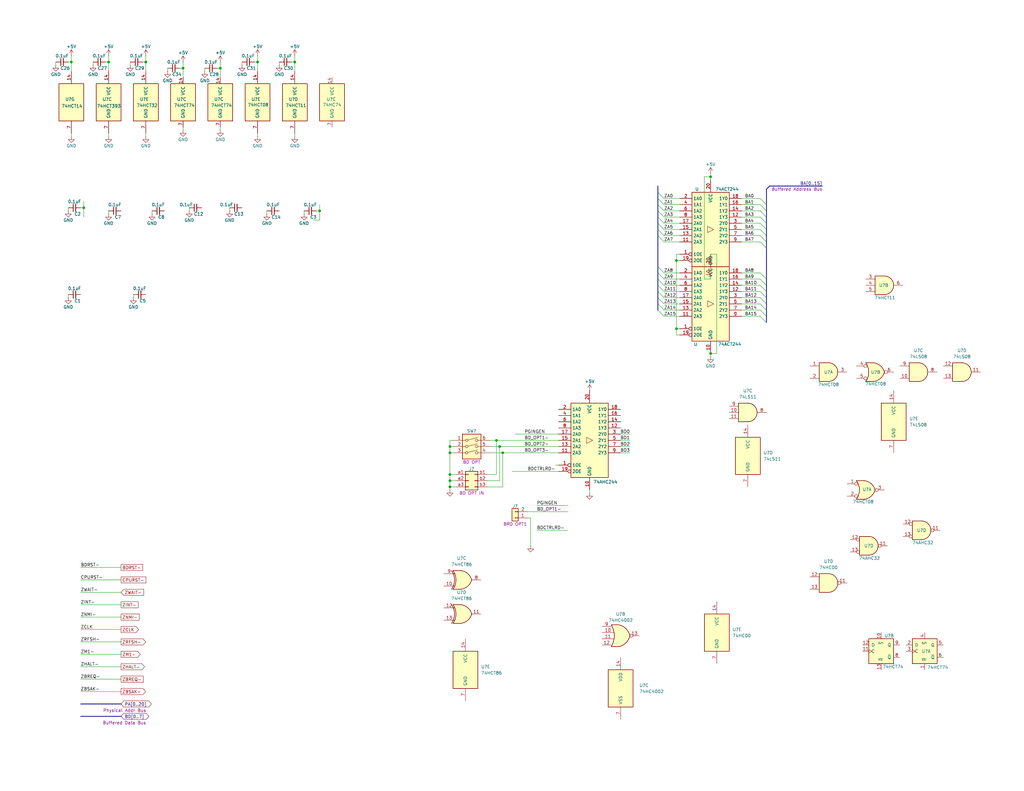
<source format=kicad_sch>
(kicad_sch (version 20250114) (generator "eeschema") (generator_version "9.0")
  (paper "User" 419.1 323.85)
  (title_block (title "Logic Power & Spares") (date "2025-10-09") (rev "PR5") (company "SilkyDESIGN") (comment 1 "Copyright 2025 AESilky & SMcCown") (comment 3 "MicroSystem Z80 w/Front Panel & RC2014 Bus"))
  (lib_symbols
    (symbol "4xxx:4002" (pin_names (offset 1.016))
      (property "Reference" "U" (at 0 1.27 0))
      (property "Value" "4002" (at 0 -1.27 0))
      (symbol "4002_1_1"
        (pin input line (at -7.62 3.81 0) (length 3.81) (name "~") (number "2"))
        (pin input line (at -7.62 1.27 0) (length 4.826) (name "~") (number "3"))
        (pin input line (at -7.62 -1.27 0) (length 4.826) (name "~") (number "4"))
        (pin input line (at -7.62 -3.81 0) (length 3.81) (name "~") (number "5"))
        (pin output inverted (at 7.62 0 180) (length 3.81) (name "~") (number "1"))
      )
      (symbol "4002_1_2"
        (pin input inverted (at -7.62 3.81 0) (length 3.81) (name "~") (number "2"))
        (pin input inverted (at -7.62 1.27 0) (length 3.81) (name "~") (number "3"))
        (pin input inverted (at -7.62 -1.27 0) (length 3.81) (name "~") (number "4"))
        (pin input inverted (at -7.62 -3.81 0) (length 3.81) (name "~") (number "5"))
        (pin output line (at 7.62 0 180) (length 3.81) (name "~") (number "1"))
      )
      (symbol "4002_2_1"
        (pin input line (at -7.62 3.81 0) (length 3.81) (name "~") (number "9"))
        (pin input line (at -7.62 1.27 0) (length 4.826) (name "~") (number "10"))
        (pin input line (at -7.62 -1.27 0) (length 4.826) (name "~") (number "11"))
        (pin input line (at -7.62 -3.81 0) (length 3.81) (name "~") (number "12"))
        (pin output inverted (at 7.62 0 180) (length 3.81) (name "~") (number "13"))
      )
      (symbol "4002_2_2"
        (pin input inverted (at -7.62 3.81 0) (length 3.81) (name "~") (number "9"))
        (pin input inverted (at -7.62 1.27 0) (length 3.81) (name "~") (number "10"))
        (pin input inverted (at -7.62 -1.27 0) (length 3.81) (name "~") (number "11"))
        (pin input inverted (at -7.62 -3.81 0) (length 3.81) (name "~") (number "12"))
        (pin output line (at 7.62 0 180) (length 3.81) (name "~") (number "13"))
      )
      (symbol "4002_3_0"
        (pin power_in line (at 0 12.7 270) (length 5.08) (name "VDD") (number "14"))
        (pin power_in line (at 0 -12.7 90) (length 5.08) (name "VSS") (number "7"))
      )
    )
    (symbol "74xx:74AHCT244"
      (property "Reference" "U" (at -7.62 16.51 0))
      (property "Value" "74AHCT244" (at -7.62 -16.51 0))
      (symbol "74AHCT244_1_0"
        (pin input line (at -12.7 12.7 0) (length 5.08) (name "1A0") (number "2"))
        (pin input line (at -12.7 10.16 0) (length 5.08) (name "1A1") (number "4"))
        (pin input line (at -12.7 7.62 0) (length 5.08) (name "1A2") (number "6"))
        (pin input line (at -12.7 5.08 0) (length 5.08) (name "1A3") (number "8"))
        (pin input line (at -12.7 2.54 0) (length 5.08) (name "2A0") (number "17"))
        (pin input line (at -12.7 0 0) (length 5.08) (name "2A1") (number "15"))
        (pin input line (at -12.7 -2.54 0) (length 5.08) (name "2A2") (number "13"))
        (pin input line (at -12.7 -5.08 0) (length 5.08) (name "2A3") (number "11"))
        (pin input inverted (at -12.7 -10.16 0) (length 5.08) (name "1OE") (number "1"))
        (pin input inverted (at -12.7 -12.7 0) (length 5.08) (name "2OE") (number "19"))
        (pin power_in line (at 0 20.32 270) (length 5.08) (name "VCC") (number "20"))
        (pin power_in line (at 0 -20.32 90) (length 5.08) (name "GND") (number "10"))
        (pin tri_state line (at 12.7 12.7 180) (length 5.08) (name "1Y0") (number "18"))
        (pin tri_state line (at 12.7 10.16 180) (length 5.08) (name "1Y1") (number "16"))
        (pin tri_state line (at 12.7 7.62 180) (length 5.08) (name "1Y2") (number "14"))
        (pin tri_state line (at 12.7 5.08 180) (length 5.08) (name "1Y3") (number "12"))
        (pin tri_state line (at 12.7 2.54 180) (length 5.08) (name "2Y0") (number "3"))
        (pin tri_state line (at 12.7 0 180) (length 5.08) (name "2Y1") (number "5"))
        (pin tri_state line (at 12.7 -2.54 180) (length 5.08) (name "2Y2") (number "7"))
        (pin tri_state line (at 12.7 -5.08 180) (length 5.08) (name "2Y3") (number "9"))
      )
    )
    (symbol "74xx:74HC00" (pin_names (offset 1.016))
      (property "Reference" "U" (at 0 1.27 0))
      (property "Value" "74HC00" (at 0 -1.27 0))
      (symbol "74HC00_1_1"
        (pin input line (at -7.62 2.54 0) (length 3.81) (name "~") (number "1"))
        (pin input line (at -7.62 -2.54 0) (length 3.81) (name "~") (number "2"))
        (pin output inverted (at 7.62 0 180) (length 3.81) (name "~") (number "3"))
      )
      (symbol "74HC00_1_2"
        (pin input inverted (at -7.62 2.54 0) (length 4.318) (name "~") (number "1"))
        (pin input inverted (at -7.62 -2.54 0) (length 4.318) (name "~") (number "2"))
        (pin output line (at 7.62 0 180) (length 3.81) (name "~") (number "3"))
      )
      (symbol "74HC00_2_1"
        (pin input line (at -7.62 2.54 0) (length 3.81) (name "~") (number "4"))
        (pin input line (at -7.62 -2.54 0) (length 3.81) (name "~") (number "5"))
        (pin output inverted (at 7.62 0 180) (length 3.81) (name "~") (number "6"))
      )
      (symbol "74HC00_2_2"
        (pin input inverted (at -7.62 2.54 0) (length 4.318) (name "~") (number "4"))
        (pin input inverted (at -7.62 -2.54 0) (length 4.318) (name "~") (number "5"))
        (pin output line (at 7.62 0 180) (length 3.81) (name "~") (number "6"))
      )
      (symbol "74HC00_3_1"
        (pin input line (at -7.62 2.54 0) (length 3.81) (name "~") (number "9"))
        (pin input line (at -7.62 -2.54 0) (length 3.81) (name "~") (number "10"))
        (pin output inverted (at 7.62 0 180) (length 3.81) (name "~") (number "8"))
      )
      (symbol "74HC00_3_2"
        (pin input inverted (at -7.62 2.54 0) (length 4.318) (name "~") (number "9"))
        (pin input inverted (at -7.62 -2.54 0) (length 4.318) (name "~") (number "10"))
        (pin output line (at 7.62 0 180) (length 3.81) (name "~") (number "8"))
      )
      (symbol "74HC00_4_1"
        (pin input line (at -7.62 2.54 0) (length 3.81) (name "~") (number "12"))
        (pin input line (at -7.62 -2.54 0) (length 3.81) (name "~") (number "13"))
        (pin output inverted (at 7.62 0 180) (length 3.81) (name "~") (number "11"))
      )
      (symbol "74HC00_4_2"
        (pin input inverted (at -7.62 2.54 0) (length 4.318) (name "~") (number "12"))
        (pin input inverted (at -7.62 -2.54 0) (length 4.318) (name "~") (number "13"))
        (pin output line (at 7.62 0 180) (length 3.81) (name "~") (number "11"))
      )
      (symbol "74HC00_5_0"
        (pin power_in line (at 0 12.7 270) (length 5.08) (name "VCC") (number "14"))
        (pin power_in line (at 0 -12.7 90) (length 5.08) (name "GND") (number "7"))
      )
    )
    (symbol "74xx:74HC74" (pin_names (offset 1.016))
      (property "Reference" "U" (at -7.62 8.89 0))
      (property "Value" "74HC74" (at -7.62 -8.89 0))
      (symbol "74HC74_1_0"
        (pin input line (at -7.62 2.54 0) (length 2.54) (name "D") (number "2"))
        (pin input clock (at -7.62 0 0) (length 2.54) (name "C") (number "3"))
        (pin input line (at 0 7.62 270) (length 2.54) (name "~{S}") (number "4"))
        (pin input line (at 0 -7.62 90) (length 2.54) (name "~{R}") (number "1"))
        (pin output line (at 7.62 2.54 180) (length 2.54) (name "Q") (number "5"))
        (pin output line (at 7.62 -2.54 180) (length 2.54) (name "~{Q}") (number "6"))
      )
      (symbol "74HC74_2_0"
        (pin input line (at -7.62 2.54 0) (length 2.54) (name "D") (number "12"))
        (pin input clock (at -7.62 0 0) (length 2.54) (name "C") (number "11"))
        (pin input line (at 0 7.62 270) (length 2.54) (name "~{S}") (number "10"))
        (pin input line (at 0 -7.62 90) (length 2.54) (name "~{R}") (number "13"))
        (pin output line (at 7.62 2.54 180) (length 2.54) (name "Q") (number "9"))
        (pin output line (at 7.62 -2.54 180) (length 2.54) (name "~{Q}") (number "8"))
      )
      (symbol "74HC74_3_0"
        (pin power_in line (at 0 10.16 270) (length 2.54) (name "VCC") (number "14"))
        (pin power_in line (at 0 -10.16 90) (length 2.54) (name "GND") (number "7"))
      )
    )
    (symbol "74xx:74HCT74" (pin_names (offset 1.016))
      (property "Reference" "U" (at -7.62 8.89 0))
      (property "Value" "74HCT74" (at -7.62 -8.89 0))
      (symbol "74HCT74_1_0"
        (pin input line (at -7.62 2.54 0) (length 2.54) (name "D") (number "2"))
        (pin input clock (at -7.62 0 0) (length 2.54) (name "C") (number "3"))
        (pin input line (at 0 7.62 270) (length 2.54) (name "~{S}") (number "4"))
        (pin input line (at 0 -7.62 90) (length 2.54) (name "~{R}") (number "1"))
        (pin output line (at 7.62 2.54 180) (length 2.54) (name "Q") (number "5"))
        (pin output line (at 7.62 -2.54 180) (length 2.54) (name "~{Q}") (number "6"))
      )
      (symbol "74HCT74_2_0"
        (pin input line (at -7.62 2.54 0) (length 2.54) (name "D") (number "12"))
        (pin input clock (at -7.62 0 0) (length 2.54) (name "C") (number "11"))
        (pin input line (at 0 7.62 270) (length 2.54) (name "~{S}") (number "10"))
        (pin input line (at 0 -7.62 90) (length 2.54) (name "~{R}") (number "13"))
        (pin output line (at 7.62 2.54 180) (length 2.54) (name "Q") (number "9"))
        (pin output line (at 7.62 -2.54 180) (length 2.54) (name "~{Q}") (number "8"))
      )
      (symbol "74HCT74_3_0"
        (pin power_in line (at 0 10.16 270) (length 2.54) (name "VCC") (number "14"))
        (pin power_in line (at 0 -10.16 90) (length 2.54) (name "GND") (number "7"))
      )
    )
    (symbol "74xx:74LS08" (pin_names (offset 1.016))
      (property "Reference" "U" (at 0 1.27 0))
      (property "Value" "74LS08" (at 0 -1.27 0))
      (symbol "74LS08_1_1"
        (pin input line (at -7.62 2.54 0) (length 3.81) (name "~") (number "1"))
        (pin input line (at -7.62 -2.54 0) (length 3.81) (name "~") (number "2"))
        (pin output line (at 7.62 0 180) (length 3.81) (name "~") (number "3"))
      )
      (symbol "74LS08_1_2"
        (pin input inverted (at -7.62 2.54 0) (length 4.318) (name "~") (number "1"))
        (pin input inverted (at -7.62 -2.54 0) (length 4.318) (name "~") (number "2"))
        (pin output inverted (at 7.62 0 180) (length 3.81) (name "~") (number "3"))
      )
      (symbol "74LS08_2_1"
        (pin input line (at -7.62 2.54 0) (length 3.81) (name "~") (number "4"))
        (pin input line (at -7.62 -2.54 0) (length 3.81) (name "~") (number "5"))
        (pin output line (at 7.62 0 180) (length 3.81) (name "~") (number "6"))
      )
      (symbol "74LS08_2_2"
        (pin input inverted (at -7.62 2.54 0) (length 4.318) (name "~") (number "4"))
        (pin input inverted (at -7.62 -2.54 0) (length 4.318) (name "~") (number "5"))
        (pin output inverted (at 7.62 0 180) (length 3.81) (name "~") (number "6"))
      )
      (symbol "74LS08_3_1"
        (pin input line (at -7.62 2.54 0) (length 3.81) (name "~") (number "9"))
        (pin input line (at -7.62 -2.54 0) (length 3.81) (name "~") (number "10"))
        (pin output line (at 7.62 0 180) (length 3.81) (name "~") (number "8"))
      )
      (symbol "74LS08_3_2"
        (pin input inverted (at -7.62 2.54 0) (length 4.318) (name "~") (number "9"))
        (pin input inverted (at -7.62 -2.54 0) (length 4.318) (name "~") (number "10"))
        (pin output inverted (at 7.62 0 180) (length 3.81) (name "~") (number "8"))
      )
      (symbol "74LS08_4_1"
        (pin input line (at -7.62 2.54 0) (length 3.81) (name "~") (number "12"))
        (pin input line (at -7.62 -2.54 0) (length 3.81) (name "~") (number "13"))
        (pin output line (at 7.62 0 180) (length 3.81) (name "~") (number "11"))
      )
      (symbol "74LS08_4_2"
        (pin input inverted (at -7.62 2.54 0) (length 4.318) (name "~") (number "12"))
        (pin input inverted (at -7.62 -2.54 0) (length 4.318) (name "~") (number "13"))
        (pin output inverted (at 7.62 0 180) (length 3.81) (name "~") (number "11"))
      )
      (symbol "74LS08_5_0"
        (pin power_in line (at 0 12.7 270) (length 5.08) (name "VCC") (number "14"))
        (pin power_in line (at 0 -12.7 90) (length 5.08) (name "GND") (number "7"))
      )
    )
    (symbol "74xx:74LS11" (pin_names (offset 1.016))
      (property "Reference" "U" (at 0 1.27 0))
      (property "Value" "74LS11" (at 0 -1.27 0))
      (symbol "74LS11_1_1"
        (pin input line (at -7.62 2.54 0) (length 3.81) (name "~") (number "1"))
        (pin input line (at -7.62 0 0) (length 3.81) (name "~") (number "2"))
        (pin input line (at -7.62 -2.54 0) (length 3.81) (name "~") (number "13"))
        (pin output line (at 7.62 0 180) (length 3.81) (name "~") (number "12"))
      )
      (symbol "74LS11_1_2"
        (pin input inverted (at -7.62 2.54 0) (length 4.318) (name "~") (number "1"))
        (pin input inverted (at -7.62 0 0) (length 4.953) (name "~") (number "2"))
        (pin input inverted (at -7.62 -2.54 0) (length 4.318) (name "~") (number "13"))
        (pin output inverted (at 7.62 0 180) (length 3.81) (name "~") (number "12"))
      )
      (symbol "74LS11_2_1"
        (pin input line (at -7.62 2.54 0) (length 3.81) (name "~") (number "3"))
        (pin input line (at -7.62 0 0) (length 3.81) (name "~") (number "4"))
        (pin input line (at -7.62 -2.54 0) (length 3.81) (name "~") (number "5"))
        (pin output line (at 7.62 0 180) (length 3.81) (name "~") (number "6"))
      )
      (symbol "74LS11_2_2"
        (pin input inverted (at -7.62 2.54 0) (length 4.318) (name "~") (number "3"))
        (pin input inverted (at -7.62 0 0) (length 4.953) (name "~") (number "4"))
        (pin input inverted (at -7.62 -2.54 0) (length 4.318) (name "~") (number "5"))
        (pin output inverted (at 7.62 0 180) (length 3.81) (name "~") (number "6"))
      )
      (symbol "74LS11_3_1"
        (pin input line (at -7.62 2.54 0) (length 3.81) (name "~") (number "9"))
        (pin input line (at -7.62 0 0) (length 3.81) (name "~") (number "10"))
        (pin input line (at -7.62 -2.54 0) (length 3.81) (name "~") (number "11"))
        (pin output line (at 7.62 0 180) (length 3.81) (name "~") (number "8"))
      )
      (symbol "74LS11_3_2"
        (pin input inverted (at -7.62 2.54 0) (length 4.318) (name "~") (number "9"))
        (pin input inverted (at -7.62 0 0) (length 4.953) (name "~") (number "10"))
        (pin input inverted (at -7.62 -2.54 0) (length 4.318) (name "~") (number "11"))
        (pin output inverted (at 7.62 0 180) (length 3.81) (name "~") (number "8"))
      )
      (symbol "74LS11_4_0"
        (pin power_in line (at 0 12.7 270) (length 5.08) (name "VCC") (number "14"))
        (pin power_in line (at 0 -12.7 90) (length 5.08) (name "GND") (number "7"))
      )
    )
    (symbol "74xx:74LS32" (pin_names (offset 1.016))
      (property "Reference" "U" (at 0 1.27 0))
      (property "Value" "74LS32" (at 0 -1.27 0))
      (symbol "74LS32_1_1"
        (pin input line (at -7.62 2.54 0) (length 4.318) (name "~") (number "1"))
        (pin input line (at -7.62 -2.54 0) (length 4.318) (name "~") (number "2"))
        (pin output line (at 7.62 0 180) (length 3.81) (name "~") (number "3"))
      )
      (symbol "74LS32_1_2"
        (pin input inverted (at -7.62 2.54 0) (length 3.81) (name "~") (number "1"))
        (pin input inverted (at -7.62 -2.54 0) (length 3.81) (name "~") (number "2"))
        (pin output inverted (at 7.62 0 180) (length 3.81) (name "~") (number "3"))
      )
      (symbol "74LS32_2_1"
        (pin input line (at -7.62 2.54 0) (length 4.318) (name "~") (number "4"))
        (pin input line (at -7.62 -2.54 0) (length 4.318) (name "~") (number "5"))
        (pin output line (at 7.62 0 180) (length 3.81) (name "~") (number "6"))
      )
      (symbol "74LS32_2_2"
        (pin input inverted (at -7.62 2.54 0) (length 3.81) (name "~") (number "4"))
        (pin input inverted (at -7.62 -2.54 0) (length 3.81) (name "~") (number "5"))
        (pin output inverted (at 7.62 0 180) (length 3.81) (name "~") (number "6"))
      )
      (symbol "74LS32_3_1"
        (pin input line (at -7.62 2.54 0) (length 4.318) (name "~") (number "9"))
        (pin input line (at -7.62 -2.54 0) (length 4.318) (name "~") (number "10"))
        (pin output line (at 7.62 0 180) (length 3.81) (name "~") (number "8"))
      )
      (symbol "74LS32_3_2"
        (pin input inverted (at -7.62 2.54 0) (length 3.81) (name "~") (number "9"))
        (pin input inverted (at -7.62 -2.54 0) (length 3.81) (name "~") (number "10"))
        (pin output inverted (at 7.62 0 180) (length 3.81) (name "~") (number "8"))
      )
      (symbol "74LS32_4_1"
        (pin input line (at -7.62 2.54 0) (length 4.318) (name "~") (number "12"))
        (pin input line (at -7.62 -2.54 0) (length 4.318) (name "~") (number "13"))
        (pin output line (at 7.62 0 180) (length 3.81) (name "~") (number "11"))
      )
      (symbol "74LS32_4_2"
        (pin input inverted (at -7.62 2.54 0) (length 3.81) (name "~") (number "12"))
        (pin input inverted (at -7.62 -2.54 0) (length 3.81) (name "~") (number "13"))
        (pin output inverted (at 7.62 0 180) (length 3.81) (name "~") (number "11"))
      )
      (symbol "74LS32_5_0"
        (pin power_in line (at 0 12.7 270) (length 5.08) (name "VCC") (number "14"))
        (pin power_in line (at 0 -12.7 90) (length 5.08) (name "GND") (number "7"))
      )
    )
    (symbol "74xx:74LS393" (pin_names (offset 1.016))
      (property "Reference" "U" (at -7.62 8.89 0))
      (property "Value" "74LS393" (at -7.62 -8.89 0))
      (symbol "74LS393_1_0"
        (pin input clock (at -12.7 2.54 0) (length 5.08) (name "CP") (number "1"))
        (pin input line (at -12.7 -5.08 0) (length 5.08) (name "MR") (number "2"))
        (pin output line (at 12.7 2.54 180) (length 5.08) (name "Q0") (number "3"))
        (pin output line (at 12.7 0 180) (length 5.08) (name "Q1") (number "4"))
        (pin output line (at 12.7 -2.54 180) (length 5.08) (name "Q2") (number "5"))
        (pin output line (at 12.7 -5.08 180) (length 5.08) (name "Q3") (number "6"))
      )
      (symbol "74LS393_2_0"
        (pin input clock (at -12.7 2.54 0) (length 5.08) (name "CP") (number "13"))
        (pin input line (at -12.7 -5.08 0) (length 5.08) (name "MR") (number "12"))
        (pin output line (at 12.7 2.54 180) (length 5.08) (name "Q0") (number "11"))
        (pin output line (at 12.7 0 180) (length 5.08) (name "Q1") (number "10"))
        (pin output line (at 12.7 -2.54 180) (length 5.08) (name "Q2") (number "9"))
        (pin output line (at 12.7 -5.08 180) (length 5.08) (name "Q3") (number "8"))
      )
      (symbol "74LS393_3_0"
        (pin power_in line (at 0 12.7 270) (length 5.08) (name "VCC") (number "14"))
        (pin power_in line (at 0 -12.7 90) (length 5.08) (name "GND") (number "7"))
      )
    )
    (symbol "74xx:74LS86" (pin_names (offset 1.016))
      (property "Reference" "U" (at 0 1.27 0))
      (property "Value" "74LS86" (at 0 -1.27 0))
      (symbol "74LS86_1_0"
        (pin input line (at -7.62 2.54 0) (length 4.445) (name "~") (number "1"))
        (pin input line (at -7.62 -2.54 0) (length 4.445) (name "~") (number "2"))
        (pin output line (at 7.62 0 180) (length 3.81) (name "~") (number "3"))
      )
      (symbol "74LS86_2_0"
        (pin input line (at -7.62 2.54 0) (length 4.445) (name "~") (number "4"))
        (pin input line (at -7.62 -2.54 0) (length 4.445) (name "~") (number "5"))
        (pin output line (at 7.62 0 180) (length 3.81) (name "~") (number "6"))
      )
      (symbol "74LS86_3_0"
        (pin input line (at -7.62 2.54 0) (length 4.445) (name "~") (number "9"))
        (pin input line (at -7.62 -2.54 0) (length 4.445) (name "~") (number "10"))
        (pin output line (at 7.62 0 180) (length 3.81) (name "~") (number "8"))
      )
      (symbol "74LS86_4_0"
        (pin input line (at -7.62 2.54 0) (length 4.445) (name "~") (number "12"))
        (pin input line (at -7.62 -2.54 0) (length 4.445) (name "~") (number "13"))
        (pin output line (at 7.62 0 180) (length 3.81) (name "~") (number "11"))
      )
      (symbol "74LS86_5_0"
        (pin power_in line (at 0 12.7 270) (length 5.08) (name "VCC") (number "14"))
        (pin power_in line (at 0 -12.7 90) (length 5.08) (name "GND") (number "7"))
      )
    )
    (symbol "AES_Library:74HC14-AES" (pin_names (offset 1.016) (hide yes))
      (property "Reference" "U" (at 0 1.27 0))
      (property "Value" "74HC14-AES" (at 0 -1.27 0))
      (symbol "74HC14-AES_1_1"
        (pin input line (at -7.62 0 0) (length 3.81) (name "~") (number "1"))
        (pin output inverted (at 7.62 0 180) (length 3.81) (name "~") (number "2"))
      )
      (symbol "74HC14-AES_1_2"
        (pin input inverted (at -7.62 0 0) (length 3.81) (name "~") (number "1"))
        (pin output line (at 7.62 0 180) (length 3.81) (name "~") (number "2"))
      )
      (symbol "74HC14-AES_2_1"
        (pin input line (at -7.62 0 0) (length 3.81) (name "~") (number "3"))
        (pin output inverted (at 7.62 0 180) (length 3.81) (name "~") (number "4"))
      )
      (symbol "74HC14-AES_2_2"
        (pin input inverted (at -7.62 0 0) (length 3.81) (name "~") (number "3"))
        (pin output line (at 7.62 0 180) (length 3.81) (name "~") (number "4"))
      )
      (symbol "74HC14-AES_3_1"
        (pin input line (at -7.62 0 0) (length 3.81) (name "~") (number "5"))
        (pin output inverted (at 7.62 0 180) (length 3.81) (name "~") (number "6"))
      )
      (symbol "74HC14-AES_3_2"
        (pin input inverted (at -7.62 0 0) (length 3.81) (name "~") (number "5"))
        (pin output line (at 7.62 0 180) (length 3.81) (name "~") (number "6"))
      )
      (symbol "74HC14-AES_4_1"
        (pin input line (at -7.62 0 0) (length 3.81) (name "~") (number "9"))
        (pin output inverted (at 7.62 0 180) (length 3.81) (name "~") (number "8"))
      )
      (symbol "74HC14-AES_4_2"
        (pin input inverted (at -7.62 0 0) (length 3.81) (name "~") (number "9"))
        (pin output line (at 7.62 0 180) (length 3.81) (name "~") (number "8"))
      )
      (symbol "74HC14-AES_5_1"
        (pin input line (at -7.62 0 0) (length 3.81) (name "~") (number "11"))
        (pin output inverted (at 7.62 0 180) (length 3.81) (name "~") (number "10"))
      )
      (symbol "74HC14-AES_5_2"
        (pin input inverted (at -7.62 0 0) (length 3.81) (name "~") (number "11"))
        (pin output line (at 7.62 0 180) (length 3.81) (name "~") (number "10"))
      )
      (symbol "74HC14-AES_6_1"
        (pin input line (at -7.62 0 0) (length 3.81) (name "~") (number "13"))
        (pin output inverted (at 7.62 0 180) (length 3.81) (name "~") (number "12"))
      )
      (symbol "74HC14-AES_6_2"
        (pin input inverted (at -7.62 0 0) (length 3.81) (name "~") (number "13"))
        (pin output line (at 7.62 0 180) (length 3.81) (name "~") (number "12"))
      )
      (symbol "74HC14-AES_7_0"
        (pin power_in line (at 0 12.7 270) (length 5.08) (name "VCC") (number "14"))
        (pin power_in line (at 0 -12.7 90) (length 5.08) (name "GND") (number "7"))
      )
    )
    (symbol "Connector_Generic:Conn_01x02" (pin_names (offset 1.016) (hide yes))
      (property "Reference" "J" (at 0 2.54 0))
      (property "Value" "Conn_01x02" (at 0 -5.08 0))
      (symbol "Conn_01x02_1_1"
        (pin passive line (at -5.08 0 0) (length 3.81) (name "Pin_1") (number "1"))
        (pin passive line (at -5.08 -2.54 0) (length 3.81) (name "Pin_2") (number "2"))
      )
    )
    (symbol "Connector_Generic:Conn_02x03_Row_Letter_First" (pin_names (offset 1.016) (hide yes))
      (property "Reference" "J" (at 1.27 5.08 0))
      (property "Value" "Conn_02x03_Row_Letter_First" (at 1.27 -5.08 0))
      (symbol "Conn_02x03_Row_Letter_First_1_1"
        (pin passive line (at -5.08 2.54 0) (length 3.81) (name "Pin_a1") (number "a1"))
        (pin passive line (at -5.08 0 0) (length 3.81) (name "Pin_a2") (number "a2"))
        (pin passive line (at -5.08 -2.54 0) (length 3.81) (name "Pin_a3") (number "a3"))
        (pin passive line (at 7.62 2.54 180) (length 3.81) (name "Pin_b1") (number "b1"))
        (pin passive line (at 7.62 0 180) (length 3.81) (name "Pin_b2") (number "b2"))
        (pin passive line (at 7.62 -2.54 180) (length 3.81) (name "Pin_b3") (number "b3"))
      )
    )
    (symbol "Device:C_Small" (pin_numbers (hide yes)) (pin_names (offset 0.254) (hide yes))
      (property "Reference" "C" (at 0.254 1.778 0))
      (property "Value" "C_Small" (at 0.254 -2.032 0))
      (symbol "C_Small_1_1"
        (pin passive line (at 0 2.54 270) (length 2.032) (name "~") (number "1"))
        (pin passive line (at 0 -2.54 90) (length 2.032) (name "~") (number "2"))
      )
    )
    (symbol "Switch:SW_DIP_x03" (pin_names (offset 0) (hide yes))
      (property "Reference" "SW" (at 0 6.35 0))
      (property "Value" "SW_DIP_x03" (at 0 -6.35 0))
      (symbol "SW_DIP_x03_1_1"
        (pin passive line (at -7.62 2.54 0) (length 5.08) (name "~") (number "1"))
        (pin passive line (at -7.62 0 0) (length 5.08) (name "~") (number "2"))
        (pin passive line (at -7.62 -2.54 0) (length 5.08) (name "~") (number "3"))
        (pin passive line (at 7.62 2.54 180) (length 5.08) (name "~") (number "6"))
        (pin passive line (at 7.62 0 180) (length 5.08) (name "~") (number "5"))
        (pin passive line (at 7.62 -2.54 180) (length 5.08) (name "~") (number "4"))
      )
    )
    (symbol "power:+5V" (power) (pin_numbers (hide yes)) (pin_names (offset 0) (hide yes))
      (property "Value" "+5V" (at 0 3.556 0))
      (symbol "+5V_1_1"
        (pin power_in line (at 0 0 90) (length 0) (name "~") (number "1"))
      )
    )
    (symbol "power:GND" (power) (pin_numbers (hide yes)) (pin_names (offset 0) (hide yes))
      (property "Value" "GND" (at 0 -3.81 0))
      (symbol "GND_1_1"
        (pin power_in line (at 0 0 270) (length 0) (name "~") (number "1"))
      )
    )
  )
  (junction (at 120.65 25.4))
  (junction (at 204.47 182.88))
  (junction (at 290.83 144.78))
  (junction (at 184.15 194.31))
  (junction (at 276.86 106.68))
  (junction (at 184.15 199.39))
  (junction (at 74.93 27.94))
  (junction (at 44.45 25.4))
  (junction (at 29.21 25.4))
  (junction (at 290.83 72.39))
  (junction (at 105.41 25.4))
  (junction (at 184.15 185.42))
  (junction (at 184.15 182.88))
  (junction (at 90.17 27.94))
  (junction (at 205.74 185.42))
  (junction (at 184.15 196.85))
  (junction (at 276.86 134.62))
  (junction (at 34.29 85.09))
  (junction (at 130.81 86.36))
  (junction (at 203.2 180.34))
  (junction (at 59.69 25.4))
  (bus_entry (at 269.24 121.92) (size 2.54 2.54))
  (bus_entry (at 269.24 116.84) (size 2.54 2.54))
  (bus_entry (at 311.15 81.28) (size 2.54 2.54))
  (bus_entry (at 269.24 93.98) (size 2.54 2.54))
  (bus_entry (at 311.15 86.36) (size 2.54 2.54))
  (bus_entry (at 269.24 96.52) (size 2.54 2.54))
  (bus_entry (at 311.15 96.52) (size 2.54 2.54))
  (bus_entry (at 311.15 127) (size 2.54 2.54))
  (bus_entry (at 311.15 83.82) (size 2.54 2.54))
  (bus_entry (at 269.24 119.38) (size 2.54 2.54))
  (bus_entry (at 269.24 81.28) (size 2.54 2.54))
  (bus_entry (at 311.15 116.84) (size 2.54 2.54))
  (bus_entry (at 269.24 109.22) (size 2.54 2.54))
  (bus_entry (at 311.15 93.98) (size 2.54 2.54))
  (bus_entry (at 311.15 129.54) (size 2.54 2.54))
  (bus_entry (at 311.15 121.92) (size 2.54 2.54))
  (bus_entry (at 269.24 127) (size 2.54 2.54))
  (bus_entry (at 269.24 86.36) (size 2.54 2.54))
  (bus_entry (at 269.24 83.82) (size 2.54 2.54))
  (bus_entry (at 269.24 88.9) (size 2.54 2.54))
  (bus_entry (at 311.15 114.3) (size 2.54 2.54))
  (bus_entry (at 311.15 99.06) (size 2.54 2.54))
  (bus_entry (at 269.24 111.76) (size 2.54 2.54))
  (bus_entry (at 269.24 124.46) (size 2.54 2.54))
  (bus_entry (at 311.15 91.44) (size 2.54 2.54))
  (bus_entry (at 311.15 124.46) (size 2.54 2.54))
  (bus_entry (at 311.15 111.76) (size 2.54 2.54))
  (bus_entry (at 311.15 119.38) (size 2.54 2.54))
  (bus_entry (at 269.24 91.44) (size 2.54 2.54))
  (bus_entry (at 311.15 88.9) (size 2.54 2.54))
  (bus_entry (at 269.24 114.3) (size 2.54 2.54))
  (bus_entry (at 269.24 78.74) (size 2.54 2.54))
  (wire (pts (xy 219.71 207.01) (xy 232.41 207.01)))
  (wire (pts (xy 184.15 194.31) (xy 186.69 194.31)))
  (wire (pts (xy 290.83 72.39) (xy 290.83 73.66)))
  (wire (pts (xy 83.82 27.94) (xy 83.82 29.21)))
  (wire (pts (xy 215.9 212.09) (xy 217.17 212.09)))
  (wire (pts (xy 210.82 177.8) (xy 228.6 177.8)))
  (wire (pts (xy 254 180.34) (xy 257.81 180.34)))
  (wire (pts (xy 200.66 180.34) (xy 203.2 180.34)))
  (bus (pts (xy 33.02 293.37) (xy 49.53 293.37)))
  (wire (pts (xy 276.86 104.14) (xy 276.86 106.68)))
  (wire (pts (xy 219.71 217.17) (xy 232.41 217.17)))
  (wire (pts (xy 276.86 134.62) (xy 278.13 134.62)))
  (bus (pts (xy 269.24 93.98) (xy 269.24 96.52)))
  (bus (pts (xy 269.24 111.76) (xy 269.24 114.3)))
  (wire (pts (xy 130.81 86.36) (xy 130.81 90.17)))
  (wire (pts (xy 120.65 25.4) (xy 120.65 29.21)))
  (wire (pts (xy 204.47 182.88) (xy 228.6 182.88)))
  (wire (pts (xy 58.42 25.4) (xy 59.69 25.4)))
  (wire (pts (xy 241.3 201.93) (xy 241.3 200.66)))
  (wire (pts (xy 119.38 25.4) (xy 120.65 25.4)))
  (wire (pts (xy 271.78 91.44) (xy 278.13 91.44)))
  (wire (pts (xy 105.41 22.86) (xy 105.41 25.4)))
  (wire (pts (xy 271.78 93.98) (xy 278.13 93.98)))
  (wire (pts (xy 90.17 25.4) (xy 90.17 27.94)))
  (wire (pts (xy 203.2 180.34) (xy 228.6 180.34)))
  (wire (pts (xy 271.78 83.82) (xy 278.13 83.82)))
  (wire (pts (xy 184.15 196.85) (xy 186.69 196.85)))
  (wire (pts (xy 74.93 52.07) (xy 74.93 53.34)))
  (wire (pts (xy 184.15 196.85) (xy 184.15 199.39)))
  (wire (pts (xy 44.45 25.4) (xy 44.45 29.21)))
  (wire (pts (xy 271.78 96.52) (xy 278.13 96.52)))
  (wire (pts (xy 290.83 144.78) (xy 293.37 144.78)))
  (bus (pts (xy 313.69 91.44) (xy 313.69 88.9)))
  (wire (pts (xy 59.69 54.61) (xy 59.69 55.88)))
  (wire (pts (xy 27.94 120.65) (xy 27.94 121.92)))
  (wire (pts (xy 38.1 25.4) (xy 38.1 26.67)))
  (bus (pts (xy 269.24 121.92) (xy 269.24 124.46)))
  (wire (pts (xy 303.53 99.06) (xy 311.15 99.06)))
  (wire (pts (xy 271.78 116.84) (xy 278.13 116.84)))
  (wire (pts (xy 43.18 25.4) (xy 44.45 25.4)))
  (wire (pts (xy 271.78 99.06) (xy 278.13 99.06)))
  (wire (pts (xy 303.53 124.46) (xy 311.15 124.46)))
  (wire (pts (xy 303.53 81.28) (xy 311.15 81.28)))
  (bus (pts (xy 313.69 101.6) (xy 313.69 114.3)))
  (wire (pts (xy 303.53 86.36) (xy 311.15 86.36)))
  (wire (pts (xy 271.78 121.92) (xy 278.13 121.92)))
  (wire (pts (xy 34.29 82.55) (xy 34.29 85.09)))
  (wire (pts (xy 29.21 54.61) (xy 29.21 55.88)))
  (bus (pts (xy 313.69 127) (xy 313.69 124.46)))
  (wire (pts (xy 59.69 25.4) (xy 59.69 29.21)))
  (wire (pts (xy 199.39 199.39) (xy 205.74 199.39)))
  (wire (pts (xy 184.15 185.42) (xy 184.15 194.31)))
  (bus (pts (xy 269.24 124.46) (xy 269.24 127)))
  (wire (pts (xy 33.02 242.57) (xy 49.53 242.57)))
  (wire (pts (xy 303.53 116.84) (xy 311.15 116.84)))
  (bus (pts (xy 313.69 129.54) (xy 313.69 127)))
  (wire (pts (xy 27.94 25.4) (xy 29.21 25.4)))
  (wire (pts (xy 33.02 262.89) (xy 49.53 262.89)))
  (wire (pts (xy 271.78 86.36) (xy 278.13 86.36)))
  (wire (pts (xy 44.45 86.36) (xy 44.45 87.63)))
  (wire (pts (xy 303.53 83.82) (xy 311.15 83.82)))
  (wire (pts (xy 303.53 111.76) (xy 311.15 111.76)))
  (wire (pts (xy 303.53 119.38) (xy 311.15 119.38)))
  (bus (pts (xy 269.24 81.28) (xy 269.24 83.82)))
  (wire (pts (xy 128.27 90.17) (xy 130.81 90.17)))
  (bus (pts (xy 313.69 121.92) (xy 313.69 119.38)))
  (bus (pts (xy 33.02 288.29) (xy 49.53 288.29)))
  (wire (pts (xy 33.02 252.73) (xy 49.53 252.73)))
  (bus (pts (xy 314.96 76.2) (xy 336.55 76.2)))
  (wire (pts (xy 120.65 54.61) (xy 120.65 55.88)))
  (bus (pts (xy 313.69 93.98) (xy 313.69 91.44)))
  (bus (pts (xy 313.69 119.38) (xy 313.69 116.84)))
  (wire (pts (xy 109.22 86.36) (xy 109.22 87.63)))
  (wire (pts (xy 68.58 27.94) (xy 68.58 29.21)))
  (bus (pts (xy 313.69 99.06) (xy 313.69 96.52)))
  (wire (pts (xy 271.78 111.76) (xy 278.13 111.76)))
  (bus (pts (xy 313.69 132.08) (xy 313.69 129.54)))
  (wire (pts (xy 90.17 52.07) (xy 90.17 53.34)))
  (wire (pts (xy 215.9 209.55) (xy 232.41 209.55)))
  (wire (pts (xy 254 177.8) (xy 257.81 177.8)))
  (wire (pts (xy 205.74 185.42) (xy 228.6 185.42)))
  (wire (pts (xy 303.53 127) (xy 311.15 127)))
  (bus (pts (xy 313.69 88.9) (xy 313.69 86.36)))
  (wire (pts (xy 290.83 104.14) (xy 293.37 104.14)))
  (wire (pts (xy 290.83 114.3) (xy 288.29 114.3)))
  (bus (pts (xy 269.24 91.44) (xy 269.24 93.98)))
  (wire (pts (xy 288.29 72.39) (xy 288.29 114.3)))
  (wire (pts (xy 62.23 86.36) (xy 62.23 87.63)))
  (wire (pts (xy 33.02 232.41) (xy 49.53 232.41)))
  (bus (pts (xy 269.24 109.22) (xy 269.24 111.76)))
  (bus (pts (xy 313.69 86.36) (xy 313.69 83.82)))
  (bus (pts (xy 269.24 83.82) (xy 269.24 86.36)))
  (wire (pts (xy 184.15 199.39) (xy 184.15 200.66)))
  (wire (pts (xy 205.74 199.39) (xy 205.74 185.42)))
  (wire (pts (xy 271.78 127) (xy 278.13 127)))
  (wire (pts (xy 77.47 85.09) (xy 77.47 86.36)))
  (wire (pts (xy 22.86 25.4) (xy 22.86 26.67)))
  (wire (pts (xy 34.29 85.09) (xy 34.29 88.9)))
  (wire (pts (xy 104.14 25.4) (xy 105.41 25.4)))
  (wire (pts (xy 276.86 106.68) (xy 278.13 106.68)))
  (bus (pts (xy 313.69 116.84) (xy 313.69 114.3)))
  (wire (pts (xy 271.78 129.54) (xy 278.13 129.54)))
  (bus (pts (xy 313.69 77.47) (xy 314.96 76.2)))
  (wire (pts (xy 276.86 106.68) (xy 276.86 134.62)))
  (wire (pts (xy 29.21 25.4) (xy 29.21 29.21)))
  (wire (pts (xy 303.53 91.44) (xy 311.15 91.44)))
  (wire (pts (xy 303.53 93.98) (xy 311.15 93.98)))
  (wire (pts (xy 33.02 257.81) (xy 49.53 257.81)))
  (wire (pts (xy 185.42 182.88) (xy 184.15 182.88)))
  (wire (pts (xy 303.53 88.9) (xy 311.15 88.9)))
  (wire (pts (xy 203.2 194.31) (xy 203.2 180.34)))
  (wire (pts (xy 184.15 180.34) (xy 184.15 182.88)))
  (wire (pts (xy 105.41 25.4) (xy 105.41 29.21)))
  (bus (pts (xy 313.69 124.46) (xy 313.69 121.92)))
  (wire (pts (xy 54.61 120.65) (xy 54.61 121.92)))
  (wire (pts (xy 276.86 137.16) (xy 278.13 137.16)))
  (wire (pts (xy 204.47 196.85) (xy 204.47 182.88)))
  (wire (pts (xy 33.02 278.13) (xy 49.53 278.13)))
  (wire (pts (xy 271.78 119.38) (xy 278.13 119.38)))
  (wire (pts (xy 93.98 85.09) (xy 93.98 86.36)))
  (wire (pts (xy 184.15 194.31) (xy 184.15 196.85)))
  (wire (pts (xy 27.94 85.09) (xy 27.94 86.36)))
  (wire (pts (xy 303.53 121.92) (xy 311.15 121.92)))
  (wire (pts (xy 29.21 22.86) (xy 29.21 25.4)))
  (wire (pts (xy 33.02 283.21) (xy 49.53 283.21)))
  (bus (pts (xy 269.24 76.2) (xy 269.24 78.74)))
  (wire (pts (xy 200.66 182.88) (xy 204.47 182.88)))
  (wire (pts (xy 303.53 114.3) (xy 311.15 114.3)))
  (wire (pts (xy 130.81 83.82) (xy 130.81 86.36)))
  (wire (pts (xy 53.34 25.4) (xy 53.34 26.67)))
  (wire (pts (xy 33.02 267.97) (xy 49.53 267.97)))
  (bus (pts (xy 313.69 96.52) (xy 313.69 93.98)))
  (bus (pts (xy 269.24 114.3) (xy 269.24 116.84)))
  (wire (pts (xy 99.06 25.4) (xy 99.06 26.67)))
  (wire (pts (xy 124.46 86.36) (xy 124.46 87.63)))
  (wire (pts (xy 271.78 124.46) (xy 278.13 124.46)))
  (wire (pts (xy 217.17 212.09) (xy 217.17 223.52)))
  (wire (pts (xy 88.9 27.94) (xy 90.17 27.94)))
  (bus (pts (xy 269.24 88.9) (xy 269.24 91.44)))
  (wire (pts (xy 185.42 180.34) (xy 184.15 180.34)))
  (bus (pts (xy 313.69 101.6) (xy 313.69 99.06)))
  (wire (pts (xy 199.39 196.85) (xy 204.47 196.85)))
  (wire (pts (xy 209.55 193.04) (xy 228.6 193.04)))
  (bus (pts (xy 269.24 96.52) (xy 269.24 109.22)))
  (bus (pts (xy 269.24 78.74) (xy 269.24 81.28)))
  (wire (pts (xy 200.66 185.42) (xy 205.74 185.42)))
  (wire (pts (xy 129.54 86.36) (xy 130.81 86.36)))
  (wire (pts (xy 254 182.88) (xy 257.81 182.88)))
  (wire (pts (xy 114.3 25.4) (xy 114.3 26.67)))
  (wire (pts (xy 33.02 237.49) (xy 49.53 237.49)))
  (wire (pts (xy 288.29 72.39) (xy 290.83 72.39)))
  (wire (pts (xy 184.15 182.88) (xy 184.15 185.42)))
  (wire (pts (xy 185.42 185.42) (xy 184.15 185.42)))
  (wire (pts (xy 120.65 22.86) (xy 120.65 25.4)))
  (bus (pts (xy 269.24 116.84) (xy 269.24 119.38)))
  (wire (pts (xy 74.93 25.4) (xy 74.93 27.94)))
  (wire (pts (xy 44.45 22.86) (xy 44.45 25.4)))
  (wire (pts (xy 33.02 273.05) (xy 49.53 273.05)))
  (wire (pts (xy 74.93 27.94) (xy 74.93 31.75)))
  (wire (pts (xy 293.37 104.14) (xy 293.37 144.78)))
  (wire (pts (xy 90.17 27.94) (xy 90.17 31.75)))
  (wire (pts (xy 271.78 114.3) (xy 278.13 114.3)))
  (bus (pts (xy 269.24 119.38) (xy 269.24 121.92)))
  (wire (pts (xy 59.69 22.86) (xy 59.69 25.4)))
  (wire (pts (xy 254 185.42) (xy 257.81 185.42)))
  (bus (pts (xy 269.24 86.36) (xy 269.24 88.9)))
  (wire (pts (xy 184.15 199.39) (xy 186.69 199.39)))
  (wire (pts (xy 290.83 71.12) (xy 290.83 72.39)))
  (wire (pts (xy 271.78 81.28) (xy 278.13 81.28)))
  (wire (pts (xy 199.39 194.31) (xy 203.2 194.31)))
  (wire (pts (xy 33.02 85.09) (xy 34.29 85.09)))
  (wire (pts (xy 44.45 54.61) (xy 44.45 55.88)))
  (wire (pts (xy 278.13 104.14) (xy 276.86 104.14)))
  (wire (pts (xy 276.86 134.62) (xy 276.86 137.16)))
  (bus (pts (xy 313.69 83.82) (xy 313.69 77.47)))
  (wire (pts (xy 303.53 129.54) (xy 311.15 129.54)))
  (wire (pts (xy 303.53 96.52) (xy 311.15 96.52)))
  (wire (pts (xy 271.78 88.9) (xy 278.13 88.9)))
  (wire (pts (xy 33.02 247.65) (xy 49.53 247.65)))
  (wire (pts (xy 227.33 190.5) (xy 228.6 190.5)))
  (wire (pts (xy 105.41 54.61) (xy 105.41 55.88)))
  (wire (pts (xy 290.83 144.78) (xy 290.83 146.05)))
  (wire (pts (xy 73.66 27.94) (xy 74.93 27.94)))
  (label "ZINT-" (at 33.02 247.65 0))
  (label "PGINGEN" (at 219.71 207.01 0))
  (label "BA7" (at 304.8 99.06 0))
  (label "ZA14" (at 271.78 127 0))
  (label "ZA13" (at 271.78 124.46 0))
  (label "ZA2" (at 271.78 86.36 0))
  (label "BA13" (at 304.8 124.46 0))
  (label "BDCTRLRD-" (at 219.71 217.17 0))
  (label "BA0" (at 304.8 81.28 0))
  (label "ZA4" (at 271.78 91.44 0))
  (label "ZHALT-" (at 33.02 273.05 0))
  (label "BDCTRLRD-" (at 215.9 193.04 0))
  (label "ZA7" (at 271.78 99.06 0))
  (label "ZA12" (at 271.78 121.92 0))
  (label "BA15" (at 304.8 129.54 0))
  (label "BA8" (at 304.8 111.76 0))
  (label "ZCLK" (at 33.02 257.81 0))
  (label "ZA3" (at 271.78 88.9 0))
  (label "BD_OPT1-" (at 214.63 180.34 0))
  (label "BA14" (at 304.8 127 0))
  (label "ZA1" (at 271.78 83.82 0))
  (label "ZA9" (at 271.78 114.3 0))
  (label "BA3" (at 304.8 88.9 0))
  (label "BA10" (at 304.8 116.84 0))
  (label "BA6" (at 304.8 96.52 0))
  (label "BA1" (at 304.8 83.82 0))
  (label "BD3" (at 257.81 185.42 180))
  (label "ZM1-" (at 33.02 267.97 0))
  (label "BA2" (at 304.8 86.36 0))
  (label "ZA15" (at 271.78 129.54 0))
  (label "ZA5" (at 271.78 93.98 0))
  (label "CPURST-" (at 33.02 237.49 0))
  (label "BDRST-" (at 33.02 232.41 0))
  (label "ZA8" (at 271.78 111.76 0))
  (label "BA12" (at 304.8 121.92 0))
  (label "ZA10" (at 271.78 116.84 0))
  (label "BA5" (at 304.8 93.98 0))
  (label "ZWAIT-" (at 33.02 242.57 0))
  (label "BA[0..15]" (at 336.55 76.2 180) (property "Desc" "Buffered Address Bus" (at 336.55 77.47 0) (effects (font (italic yes)) (justify right))))
  (label "ZA6" (at 271.78 96.52 0))
  (label "ZRFSH-" (at 33.02 262.89 0))
  (label "BA4" (at 304.8 91.44 0))
  (label "ZBREQ-" (at 33.02 278.13 0))
  (label "ZA0" (at 271.78 81.28 0))
  (label "BD1" (at 257.81 180.34 180))
  (label "ZBSAK-" (at 33.02 283.21 0))
  (label "BD_OPT3-" (at 214.63 185.42 0))
  (label "BD2" (at 257.81 182.88 180))
  (label "BA9" (at 304.8 114.3 0))
  (label "BD0" (at 257.81 177.8 180))
  (label "ZNMI-" (at 33.02 252.73 0))
  (label "BD_OPT2-" (at 214.63 182.88 0))
  (label "BD_OPT1-" (at 219.71 209.55 0))
  (label "BA11" (at 304.8 119.38 0))
  (label "PGINGEN" (at 214.63 177.8 0))
  (label "ZA11" (at 271.78 119.38 0))
  (global_label "ZCLK" (shape output) (at 49.53 257.81 0) (property "Intersheetrefs" "${INTERSHEET_REFS}" (at 57.2928 257.81 0) (effects (justify left))))
  (global_label "ZINT-" (shape passive) (at 49.53 247.65 0) (property "Intersheetrefs" "${INTERSHEET_REFS}" (at 57.0887 247.65 0) (effects (justify left))))
  (global_label "ZBREQ-" (shape passive) (at 49.53 278.13 0) (property "Intersheetrefs" "${INTERSHEET_REFS}" (at 59.2053 278.13 0) (effects (justify left))))
  (global_label "ZRFSH-" (shape output) (at 49.53 262.89 0) (property "Intersheetrefs" "${INTERSHEET_REFS}" (at 60.1957 262.89 0) (effects (justify left))))
  (global_label "ZNMI-" (shape passive) (at 49.53 252.73 0) (property "Intersheetrefs" "${INTERSHEET_REFS}" (at 57.5725 252.73 0) (effects (justify left))))
  (global_label "ZBSAK-" (shape output) (at 49.53 283.21 0) (property "Intersheetrefs" "${INTERSHEET_REFS}" (at 60.1957 283.21 0) (effects (justify left))))
  (global_label "BDRST-" (shape passive) (at 49.53 232.41 0) (property "Intersheetrefs" "${INTERSHEET_REFS}" (at 58.9634 232.41 0) (effects (justify left))))
  (global_label "PA[0..20]" (shape tri_state) (at 49.53 288.29 0) (property "Intersheetrefs" "${INTERSHEET_REFS}" (at 60.452 288.29 0) (effects (justify left))) (property "Desc" "Physical Addr Bus" (at 58.42 290.83 0) (effects (justify right))))
  (global_label "ZWAIT-" (shape input) (at 49.53 242.57 0) (property "Intersheetrefs" "${INTERSHEET_REFS}" (at 59.4095 242.57 0) (effects (justify left))))
  (global_label "CPURST-" (shape passive) (at 49.53 237.49 0) (property "Intersheetrefs" "${INTERSHEET_REFS}" (at 60.2939 237.49 0) (effects (justify left))))
  (global_label "ZHALT-" (shape output) (at 49.53 273.05 0) (property "Intersheetrefs" "${INTERSHEET_REFS}" (at 59.7119 273.05 0) (effects (justify left))))
  (global_label "BD[0..7]" (shape tri_state) (at 49.53 293.37 0) (property "Intersheetrefs" "${INTERSHEET_REFS}" (at 60.452 293.37 0) (effects (justify left))) (property "Desc" "Buffered Data Bus" (at 58.42 295.91 0) (effects (justify right))))
  (global_label "ZM1-" (shape output) (at 49.53 267.97 0) (property "Intersheetrefs" "${INTERSHEET_REFS}" (at 57.958 267.97 0) (effects (justify left))))
  (symbol (lib_id "74xx:74LS11") (at 120.65 41.91 0) (unit 4)
    (property "Reference" "U?" (at 118.11 40.64 0) (effects (justify left)))
    (property "Value" "74HCT11" (at 116.84 43.18 0) (effects (justify left)))
    (property "Datasheet" "http://www.ti.com/lit/gpn/sn74LS11" (effects (hide yes)))
    (property "Description" "Triple 3-input AND" (effects (hide yes)))
  )
  (symbol (lib_id "74xx:74LS08") (at 339.09 152.4 0) (unit 1)
    (property "Reference" "U?" (at 339.09 152.4 0))
    (property "Value" "74HCT08" (at 339.09 157.48 0))
    (property "Datasheet" "http://www.ti.com/lit/gpn/sn74LS08" (effects (hide yes)))
    (property "Description" "Quad And2" (effects (hide yes)))
  )
  (symbol (lib_id "power:+5V") (at 290.83 71.12 0) (unit 1)
    (property "Reference" "#PWR04" (effects (hide yes)))
    (property "Value" "+5V" (at 290.83 67.31 0))
    (property "Description" "Power symbol creates a global label with name \"+5V\"" (effects (hide yes)))
  )
  (symbol (lib_id "power:+5V") (at 59.69 22.86 0) (unit 1)
    (property "Reference" "#PWR0117" (effects (hide yes)))
    (property "Value" "+5V" (at 59.69 19.05 0))
    (property "Description" "Power symbol creates a global label with name \"+5V\"" (effects (hide yes)))
  )
  (symbol (lib_id "Device:C_Small") (at 46.99 86.36 90) (unit 1)
    (property "Reference" "C7" (at 48.26 88.9 90))
    (property "Value" "0.1uF" (at 46.9963 83.82 90))
    (property "Description" "Unpolarized capacitor, small symbol" (effects (hide yes)))
  )
  (symbol (lib_id "Device:C_Small") (at 40.64 25.4 90) (unit 1)
    (property "Reference" "C27" (at 41.91 27.94 90))
    (property "Value" "0.1uF" (at 40.6463 22.86 90))
    (property "Description" "Unpolarized capacitor, small symbol" (effects (hide yes)))
  )
  (symbol (lib_id "74xx:74HC00") (at 339.09 238.76 0) (unit 4)
    (property "Reference" "U?" (at 339.0817 229.87 0))
    (property "Value" "74HC00" (at 339.0817 232.41 0))
    (property "Datasheet" "http://www.ti.com/lit/gpn/sn74hc00" (effects (hide yes)))
    (property "Description" "quad 2-input NAND gate" (effects (hide yes)))
  )
  (symbol (lib_id "Connector_Generic:Conn_02x03_Row_Letter_First") (at 191.77 196.85 0) (unit 1)
    (property "Reference" "J?" (at 193.04 192.024 0))
    (property "Value" "HDR 2x3" (effects (hide yes)))
    (property "Description" "Generic connector, double row, 02x03, row letter first pin numbering scheme (pin number consists of a letter for the row and a number for the pin index in this row. a1, ..., aN; b1, ..., bN), script generated (kicad-library-utils/schlib/autogen/connector/)" (effects (hide yes)))
    (property "Function" "BD OPT IN" (at 193.04 201.93 0))
  )
  (symbol (lib_id "74xx:74LS32") (at 355.6 223.52 0) (unit 4) (convert 2)
    (property "Reference" "U?" (at 355.6 223.52 0))
    (property "Value" "74AHC32" (at 355.854 228.6 0))
    (property "Datasheet" "http://www.ti.com/lit/gpn/sn74LS32" (effects (hide yes)))
    (property "Description" "Quad 2-input OR" (effects (hide yes)))
  )
  (symbol (lib_id "AES_Library:74HC14-AES") (at 29.21 41.91 0) (unit 7)
    (property "Reference" "U?" (at 26.67 40.64 0) (effects (justify left)))
    (property "Value" "74HCT14" (at 25.146 43.434 0) (effects (justify left)))
    (property "Datasheet" "http://www.ti.com/lit/gpn/sn74HC14" (effects (hide yes)))
    (property "Description" "Hex inverter schmitt trigger" (effects (hide yes)))
  )
  (symbol (lib_id "power:GND") (at 77.47 86.36 0) (unit 1)
    (property "Reference" "#PWR047" (effects (hide yes)))
    (property "Value" "GND" (at 77.47 90.17 0))
    (property "Description" "Power symbol creates a global label with name \"GND\" , ground" (effects (hide yes)))
  )
  (symbol (lib_id "74xx:74LS08") (at 365.76 172.72 0) (unit 5)
    (property "Reference" "U?" (at 372.11 171.4499 0) (effects (justify left)))
    (property "Value" "74LS08" (at 372.11 173.9899 0) (effects (justify left)))
    (property "Datasheet" "http://www.ti.com/lit/gpn/sn74LS08" (effects (hide yes)))
    (property "Description" "Quad And2" (effects (hide yes)))
  )
  (symbol (lib_id "power:GND") (at 109.22 87.63 0) (unit 1)
    (property "Reference" "#PWR050" (effects (hide yes)))
    (property "Value" "GND" (at 109.22 91.44 0))
    (property "Description" "Power symbol creates a global label with name \"GND\" , ground" (effects (hide yes)))
  )
  (symbol (lib_id "Device:C_Small") (at 71.12 27.94 90) (unit 1)
    (property "Reference" "C34" (at 72.39 30.48 90))
    (property "Value" "0.1uF" (at 71.1263 25.4 90))
    (property "Description" "Unpolarized capacitor, small symbol" (effects (hide yes)))
  )
  (symbol (lib_id "power:GND") (at 29.21 55.88 0) (unit 1)
    (property "Reference" "#PWR0135" (effects (hide yes)))
    (property "Value" "GND" (at 29.21 59.69 0))
    (property "Description" "Power symbol creates a global label with name \"GND\" , ground" (effects (hide yes)))
  )
  (symbol (lib_id "Device:C_Small") (at 86.36 27.94 90) (unit 1)
    (property "Reference" "C28" (at 87.63 30.48 90))
    (property "Value" "0.1uF" (at 86.3663 25.4 90))
    (property "Description" "Unpolarized capacitor, small symbol" (effects (hide yes)))
  )
  (symbol (lib_id "power:GND") (at 74.93 53.34 0) (unit 1)
    (property "Reference" "#PWR0133" (effects (hide yes)))
    (property "Value" "GND" (at 74.93 57.15 0))
    (property "Description" "Power symbol creates a global label with name \"GND\" , ground" (effects (hide yes)))
  )
  (symbol (lib_id "power:GND") (at 22.86 26.67 0) (unit 1)
    (property "Reference" "#PWR0124" (effects (hide yes)))
    (property "Value" "GND" (at 22.86 30.48 0))
    (property "Description" "Power symbol creates a global label with name \"GND\" , ground" (effects (hide yes)))
  )
  (symbol (lib_id "power:GND") (at 83.82 29.21 0) (unit 1)
    (property "Reference" "#PWR0126" (effects (hide yes)))
    (property "Value" "GND" (at 83.82 33.02 0))
    (property "Description" "Power symbol creates a global label with name \"GND\" , ground" (effects (hide yes)))
  )
  (symbol (lib_id "power:GND") (at 27.94 121.92 0) (unit 1)
    (property "Reference" "#PWR05" (effects (hide yes)))
    (property "Value" "GND" (at 27.94 125.73 0))
    (property "Description" "Power symbol creates a global label with name \"GND\" , ground" (effects (hide yes)))
  )
  (symbol (lib_id "74xx:74HC74") (at 360.68 266.7 0) (unit 2)
    (property "Reference" "U?" (at 361.95 260.35 0) (effects (justify left)))
    (property "Value" "74HCT74" (at 361.188 273.05 0) (effects (justify left)))
    (property "Datasheet" "74xx/74hc_hct74.pdf" (effects (hide yes)))
    (property "Description" "Dual D Flip-flop, Set & Reset" (effects (hide yes)))
  )
  (symbol (lib_id "74xx:74AHCT244") (at 290.83 93.98 0) (unit 1)
    (property "Reference" "U" (at 284.48 77.47 0) (effects (justify left)))
    (property "Value" "74ACT244" (at 292.7859 77.47 0) (effects (justify left)))
    (property "Datasheet" "https://assets.nexperia.com/documents/data-sheet/74AHC_AHCT244.pdf" (effects (hide yes)))
    (property "Description" "8-bit Buffer/Line Driver 3-state" (effects (hide yes)))
  )
  (symbol (lib_id "74xx:74HCT74") (at 74.93 41.91 0) (unit 3)
    (property "Reference" "U?" (at 72.39 40.64 0) (effects (justify left)))
    (property "Value" "74HCT74" (at 71.12 43.18 0) (effects (justify left)))
    (property "Datasheet" "https://assets.nexperia.com/documents/data-sheet/74HC_HCT74.pdf" (effects (hide yes)))
    (property "Description" "Dual D Flip-flop, Set & Reset" (effects (hide yes)))
  )
  (symbol (lib_id "74xx:74LS08") (at 105.41 41.91 0) (unit 5)
    (property "Reference" "U?" (at 102.87 40.64 0) (effects (justify left)))
    (property "Value" "74HCT08" (at 101.346 42.926 0) (effects (justify left)))
    (property "Datasheet" "http://www.ti.com/lit/gpn/sn74LS08" (effects (hide yes)))
    (property "Description" "Quad And2" (effects (hide yes)))
  )
  (symbol (lib_id "power:+5V") (at 44.45 22.86 0) (unit 1)
    (property "Reference" "#PWR0115" (effects (hide yes)))
    (property "Value" "+5V" (at 44.45 19.05 0))
    (property "Description" "Power symbol creates a global label with name \"+5V\"" (effects (hide yes)))
  )
  (symbol (lib_id "power:+5V") (at 74.93 25.4 0) (unit 1)
    (property "Reference" "#PWR0122" (effects (hide yes)))
    (property "Value" "+5V" (at 74.93 21.59 0))
    (property "Description" "Power symbol creates a global label with name \"+5V\"" (effects (hide yes)))
  )
  (symbol (lib_id "Device:C_Small") (at 25.4 25.4 90) (unit 1)
    (property "Reference" "C26" (at 26.67 27.94 90))
    (property "Value" "0.1uF" (at 25.4063 22.86 90))
    (property "Description" "Unpolarized capacitor, small symbol" (effects (hide yes)))
  )
  (symbol (lib_id "74xx:74LS08") (at 358.14 152.4 0) (unit 2) (convert 2)
    (property "Reference" "U?" (at 358.394 152.4 0))
    (property "Value" "74HCT08" (at 358.394 157.226 0))
    (property "Datasheet" "http://www.ti.com/lit/gpn/sn74LS08" (effects (hide yes)))
    (property "Description" "Quad And2" (effects (hide yes)))
  )
  (symbol (lib_id "74xx:74LS11") (at 361.95 116.84 0) (unit 2)
    (property "Reference" "U?" (at 361.696 116.84 0))
    (property "Value" "74HCT11" (at 357.886 121.92 0) (effects (justify left)))
    (property "Datasheet" "http://www.ti.com/lit/gpn/sn74LS11" (effects (hide yes)))
    (property "Description" "Triple 3-input AND" (effects (hide yes)))
  )
  (symbol (lib_id "power:GND") (at 290.83 146.05 0) (unit 1)
    (property "Reference" "#PWR015" (effects (hide yes)))
    (property "Value" "GND" (at 290.83 149.86 0))
    (property "Description" "Power symbol creates a global label with name \"GND\" , ground" (effects (hide yes)))
  )
  (symbol (lib_id "74xx:74AHCT244") (at 241.3 180.34 0) (unit 1)
    (property "Reference" "U?" (effects (hide yes)))
    (property "Value" "74AHC244" (at 242.824 197.358 0) (effects (justify left)))
    (property "Datasheet" "https://assets.nexperia.com/documents/data-sheet/74AHC_AHCT244.pdf" (effects (hide yes)))
    (property "Description" "8-bit Buffer/Line Driver 3-state" (effects (hide yes)))
  )
  (symbol (lib_id "Device:C_Small") (at 80.01 85.09 90) (unit 1)
    (property "Reference" "C12" (at 81.28 87.63 90))
    (property "Value" "0.1uF" (at 76.2 83.82 90))
    (property "Description" "Unpolarized capacitor, small symbol" (effects (hide yes)))
  )
  (symbol (lib_id "Switch:SW_DIP_x03") (at 193.04 182.88 0) (unit 1)
    (property "Reference" "SW?" (at 193.04 176.53 0))
    (property "Value" "SW_DIP_x03" (effects (hide yes)))
    (property "Description" "3x DIP Switch, Single Pole Single Throw (SPST) switch, small symbol" (effects (hide yes)))
    (property "Function" "BD OPT" (at 193.04 189.23 0))
  )
  (symbol (lib_id "74xx:74LS11") (at 306.07 186.69 0) (unit 4)
    (property "Reference" "U?" (at 312.42 185.4199 0) (effects (justify left)))
    (property "Value" "74LS11" (at 312.42 187.9599 0) (effects (justify left)))
    (property "Datasheet" "http://www.ti.com/lit/gpn/sn74LS11" (effects (hide yes)))
    (property "Description" "Triple 3-input AND" (effects (hide yes)))
  )
  (symbol (lib_id "Device:C_Small") (at 116.84 25.4 90) (unit 1)
    (property "Reference" "C30" (at 118.11 27.94 90))
    (property "Value" "0.1uF" (at 116.8463 22.86 90))
    (property "Description" "Unpolarized capacitor, small symbol" (effects (hide yes)))
  )
  (symbol (lib_id "power:GND") (at 54.61 121.92 0) (unit 1)
    (property "Reference" "#PWR012" (effects (hide yes)))
    (property "Value" "GND" (at 54.61 125.73 0))
    (property "Description" "Power symbol creates a global label with name \"GND\" , ground" (effects (hide yes)))
  )
  (symbol (lib_id "74xx:74LS393") (at 44.45 41.91 0) (unit 3)
    (property "Reference" "U?" (at 41.91 40.64 0) (effects (justify left)))
    (property "Value" "74HCT393" (at 39.624 43.434 0) (effects (justify left)))
    (property "Datasheet" "74xx\\74LS393.pdf" (effects (hide yes)))
    (property "Description" "Dual BCD 4-bit counter" (effects (hide yes)))
  )
  (symbol (lib_id "74xx:74AHCT244") (at 290.83 124.46 0) (unit 1)
    (property "Reference" "U" (at 283.972 140.97 0) (effects (justify left)))
    (property "Value" "74ACT244" (at 293.878 140.97 0) (effects (justify left)))
    (property "Datasheet" "https://assets.nexperia.com/documents/data-sheet/74AHC_AHCT244.pdf" (effects (hide yes)))
    (property "Description" "8-bit Buffer/Line Driver 3-state" (effects (hide yes)))
  )
  (symbol (lib_id "74xx:74LS08") (at 354.33 200.66 0) (unit 1) (convert 2)
    (property "Reference" "U?" (at 354.838 200.406 0))
    (property "Value" "74HCT08" (at 353.314 205.486 0))
    (property "Datasheet" "http://www.ti.com/lit/gpn/sn74LS08" (effects (hide yes)))
    (property "Description" "Quad And2" (effects (hide yes)))
  )
  (symbol (lib_id "Device:C_Small") (at 64.77 86.36 90) (unit 1)
    (property "Reference" "C8" (at 66.04 88.9 90))
    (property "Value" "0.1uF" (at 64.7763 83.82 90))
    (property "Description" "Unpolarized capacitor, small symbol" (effects (hide yes)))
  )
  (symbol (lib_id "Device:C_Small") (at 57.15 120.65 90) (unit 1)
    (property "Reference" "C5" (at 58.42 123.19 90))
    (property "Value" "0.1uF" (at 57.1563 118.11 90))
    (property "Description" "Unpolarized capacitor, small symbol" (effects (hide yes)))
  )
  (symbol (lib_id "74xx:74LS86") (at 190.5 274.32 0) (unit 5)
    (property "Reference" "U?" (at 196.85 273.0499 0) (effects (justify left)))
    (property "Value" "74HCT86" (at 196.85 275.5899 0) (effects (justify left)))
    (property "Datasheet" "74xx/74ls86.pdf" (effects (hide yes)))
    (property "Description" "Quad 2-input XOR" (effects (hide yes)))
  )
  (symbol (lib_id "power:GND") (at 53.34 26.67 0) (unit 1)
    (property "Reference" "#PWR0127" (effects (hide yes)))
    (property "Value" "GND" (at 53.34 30.48 0))
    (property "Description" "Power symbol creates a global label with name \"GND\" , ground" (effects (hide yes)))
  )
  (symbol (lib_id "74xx:74HCT74") (at 378.46 266.7 0) (unit 1)
    (property "Reference" "U?" (at 377.19 266.7 0) (effects (justify left)))
    (property "Value" "74HCT74" (at 379.476 273.304 0) (effects (justify left)))
    (property "Datasheet" "https://assets.nexperia.com/documents/data-sheet/74HC_HCT74.pdf" (effects (hide yes)))
    (property "Description" "Dual D Flip-flop, Set & Reset" (effects (hide yes)))
  )
  (symbol (lib_id "Connector_Generic:Conn_01x02") (at 210.82 212.09 180) (unit 1)
    (property "Reference" "J?" (at 210.82 207.264 0))
    (property "Value" "HDR 1x2" (effects (hide yes)))
    (property "Description" "Generic connector, single row, 01x02, script generated (kicad-library-utils/schlib/autogen/connector/)" (effects (hide yes)))
    (property "Function" "BRD OPT1" (at 210.82 214.63 0))
  )
  (symbol (lib_id "74xx:74LS11") (at 306.07 168.91 0) (unit 3)
    (property "Reference" "U?" (at 306.0617 160.02 0))
    (property "Value" "74LS11" (at 306.0617 162.56 0))
    (property "Datasheet" "http://www.ti.com/lit/gpn/sn74LS11" (effects (hide yes)))
    (property "Description" "Triple 3-input AND" (effects (hide yes)))
  )
  (symbol (lib_id "power:GND") (at 59.69 55.88 0) (unit 1)
    (property "Reference" "#PWR0138" (effects (hide yes)))
    (property "Value" "GND" (at 59.69 59.69 0))
    (property "Description" "Power symbol creates a global label with name \"GND\" , ground" (effects (hide yes)))
  )
  (symbol (lib_id "Device:C_Small") (at 55.88 25.4 90) (unit 1)
    (property "Reference" "C29" (at 57.15 27.94 90))
    (property "Value" "0.1uF" (at 55.8863 22.86 90))
    (property "Description" "Unpolarized capacitor, small symbol" (effects (hide yes)))
  )
  (symbol (lib_id "74xx:74LS08") (at 393.7 152.4 0) (unit 4)
    (property "Reference" "U?" (at 393.6917 143.51 0))
    (property "Value" "74LS08" (at 393.6917 146.05 0))
    (property "Datasheet" "http://www.ti.com/lit/gpn/sn74LS08" (effects (hide yes)))
    (property "Description" "Quad And2" (effects (hide yes)))
  )
  (symbol (lib_id "74xx:74HCT74") (at 90.17 41.91 0) (unit 3)
    (property "Reference" "U?" (at 87.63 40.64 0) (effects (justify left)))
    (property "Value" "74HCT74" (at 86.36 43.18 0) (effects (justify left)))
    (property "Datasheet" "https://assets.nexperia.com/documents/data-sheet/74HC_HCT74.pdf" (effects (hide yes)))
    (property "Description" "Dual D Flip-flop, Set & Reset" (effects (hide yes)))
  )
  (symbol (lib_id "Device:C_Small") (at 30.48 85.09 90) (unit 1)
    (property "Reference" "C2" (at 31.75 87.63 90))
    (property "Value" "0.1uF" (at 30.4863 82.55 90))
    (property "Description" "Unpolarized capacitor, small symbol" (effects (hide yes)))
  )
  (symbol (lib_id "power:GND") (at 27.94 86.36 0) (unit 1)
    (property "Reference" "#PWR06" (effects (hide yes)))
    (property "Value" "GND" (at 27.94 90.17 0))
    (property "Description" "Power symbol creates a global label with name \"GND\" , ground" (effects (hide yes)))
  )
  (symbol (lib_id "power:+5V") (at 105.41 22.86 0) (unit 1)
    (property "Reference" "#PWR0119" (effects (hide yes)))
    (property "Value" "+5V" (at 105.41 19.05 0))
    (property "Description" "Power symbol creates a global label with name \"+5V\"" (effects (hide yes)))
  )
  (symbol (lib_id "power:GND") (at 93.98 86.36 0) (unit 1)
    (property "Reference" "#PWR048" (effects (hide yes)))
    (property "Value" "GND" (at 93.98 90.17 0))
    (property "Description" "Power symbol creates a global label with name \"GND\" , ground" (effects (hide yes)))
  )
  (symbol (lib_id "power:GND") (at 44.45 55.88 0) (unit 1)
    (property "Reference" "#PWR0136" (effects (hide yes)))
    (property "Value" "GND" (at 44.45 59.69 0))
    (property "Description" "Power symbol creates a global label with name \"GND\" , ground" (effects (hide yes)))
  )
  (symbol (lib_id "4xxx:4002") (at 254 260.35 0) (unit 2)
    (property "Reference" "U?" (at 254 251.46 0))
    (property "Value" "74HC4002" (at 254 254 0))
    (property "Datasheet" "http://www.intersil.com/content/dam/Intersil/documents/cd40/cd4000bms-01bms-02bms-25bms.pdf" (effects (hide yes)))
    (property "Description" "Dual  4 input NOR gate" (effects (hide yes)))
  )
  (symbol (lib_id "Device:C_Small") (at 111.76 86.36 90) (unit 1)
    (property "Reference" "C14" (at 113.03 88.9 90))
    (property "Value" "0.1uF" (at 111.7663 83.82 90))
    (property "Description" "Unpolarized capacitor, small symbol" (effects (hide yes)))
  )
  (symbol (lib_id "power:GND") (at 217.17 223.52 0) (unit 1)
    (property "Reference" "#PWR052" (effects (hide yes)))
    (property "Value" "GND" (effects (hide yes)))
    (property "Description" "Power symbol creates a global label with name \"GND\" , ground" (effects (hide yes)))
  )
  (symbol (lib_id "power:GND") (at 38.1 26.67 0) (unit 1)
    (property "Reference" "#PWR0125" (effects (hide yes)))
    (property "Value" "GND" (at 38.1 30.48 0))
    (property "Description" "Power symbol creates a global label with name \"GND\" , ground" (effects (hide yes)))
  )
  (symbol (lib_id "Device:C_Small") (at 127 86.36 90) (unit 1)
    (property "Reference" "C3" (at 128.27 88.9 90))
    (property "Value" "0.1uF" (at 127.0063 83.82 90))
    (property "Description" "Unpolarized capacitor, small symbol" (effects (hide yes)))
  )
  (symbol (lib_id "74xx:74HC00") (at 293.37 259.08 0) (unit 5)
    (property "Reference" "U?" (at 299.72 257.8099 0) (effects (justify left)))
    (property "Value" "74HC00" (at 299.72 260.3499 0) (effects (justify left)))
    (property "Datasheet" "http://www.ti.com/lit/gpn/sn74hc00" (effects (hide yes)))
    (property "Description" "quad 2-input NAND gate" (effects (hide yes)))
  )
  (symbol (lib_id "Device:C_Small") (at 96.52 85.09 90) (unit 1)
    (property "Reference" "C13" (at 97.79 87.63 90))
    (property "Value" "0.1uF" (at 92.71 83.82 90))
    (property "Description" "Unpolarized capacitor, small symbol" (effects (hide yes)))
  )
  (symbol (lib_id "power:GND") (at 105.41 55.88 0) (unit 1)
    (property "Reference" "#PWR0140" (effects (hide yes)))
    (property "Value" "GND" (at 105.41 59.69 0))
    (property "Description" "Power symbol creates a global label with name \"GND\" , ground" (effects (hide yes)))
  )
  (symbol (lib_id "power:GND") (at 124.46 87.63 0) (unit 1)
    (property "Reference" "#PWR07" (effects (hide yes)))
    (property "Value" "GND" (at 124.46 91.44 0))
    (property "Description" "Power symbol creates a global label with name \"GND\" , ground" (effects (hide yes)))
  )
  (symbol (lib_id "power:GND") (at 68.58 29.21 0) (unit 1)
    (property "Reference" "#PWR0132" (effects (hide yes)))
    (property "Value" "GND" (at 68.58 33.02 0))
    (property "Description" "Power symbol creates a global label with name \"GND\" , ground" (effects (hide yes)))
  )
  (symbol (lib_id "power:GND") (at 114.3 26.67 0) (unit 1)
    (property "Reference" "#PWR0121" (effects (hide yes)))
    (property "Value" "GND" (at 114.3 30.48 0))
    (property "Description" "Power symbol creates a global label with name \"GND\" , ground" (effects (hide yes)))
  )
  (symbol (lib_id "power:+5V") (at 241.3 160.02 0) (unit 1)
    (property "Reference" "#PWR021" (effects (hide yes)))
    (property "Value" "+5V" (at 241.3 156.21 0))
    (property "Description" "Power symbol creates a global label with name \"+5V\"" (effects (hide yes)))
  )
  (symbol (lib_id "Device:C_Small") (at 101.6 25.4 90) (unit 1)
    (property "Reference" "C31" (at 102.87 27.94 90))
    (property "Value" "0.1uF" (at 101.6063 22.86 90))
    (property "Description" "Unpolarized capacitor, small symbol" (effects (hide yes)))
  )
  (symbol (lib_id "74xx:74LS86") (at 189.23 251.46 0) (unit 4)
    (property "Reference" "U?" (at 188.9252 242.57 0))
    (property "Value" "74HCT86" (at 188.9252 245.11 0))
    (property "Datasheet" "74xx/74ls86.pdf" (effects (hide yes)))
    (property "Description" "Quad 2-input XOR" (effects (hide yes)))
  )
  (symbol (lib_id "Device:C_Small") (at 30.48 120.65 90) (unit 1)
    (property "Reference" "C1" (at 31.75 123.19 90))
    (property "Value" "0.1uF" (at 30.4863 118.11 90))
    (property "Description" "Unpolarized capacitor, small symbol" (effects (hide yes)))
  )
  (symbol (lib_id "power:GND") (at 44.45 87.63 0) (unit 1)
    (property "Reference" "#PWR020" (effects (hide yes)))
    (property "Value" "GND" (at 44.45 91.44 0))
    (property "Description" "Power symbol creates a global label with name \"GND\" , ground" (effects (hide yes)))
  )
  (symbol (lib_id "power:+5V") (at 29.21 22.86 0) (unit 1)
    (property "Reference" "#PWR0114" (effects (hide yes)))
    (property "Value" "+5V" (at 29.21 19.05 0))
    (property "Description" "Power symbol creates a global label with name \"+5V\"" (effects (hide yes)))
  )
  (symbol (lib_id "74xx:74LS32") (at 377.19 217.17 0) (unit 4) (convert 2)
    (property "Reference" "U?" (at 377.19 217.17 0))
    (property "Value" "74AHC32" (at 377.698 222.25 0))
    (property "Datasheet" "http://www.ti.com/lit/gpn/sn74LS32" (effects (hide yes)))
    (property "Description" "Quad 2-input OR" (effects (hide yes)))
  )
  (symbol (lib_id "74xx:74LS08") (at 375.92 152.4 0) (unit 3)
    (property "Reference" "U?" (at 375.9117 143.51 0))
    (property "Value" "74LS08" (at 375.9117 146.05 0))
    (property "Datasheet" "http://www.ti.com/lit/gpn/sn74LS08" (effects (hide yes)))
    (property "Description" "Quad And2" (effects (hide yes)))
  )
  (symbol (lib_id "74xx:74LS86") (at 189.23 237.49 0) (unit 3)
    (property "Reference" "U?" (at 188.9252 228.6 0))
    (property "Value" "74HCT86" (at 188.9252 231.14 0))
    (property "Datasheet" "74xx/74ls86.pdf" (effects (hide yes)))
    (property "Description" "Quad 2-input XOR" (effects (hide yes)))
  )
  (symbol (lib_id "power:+5V") (at 120.65 22.86 0) (unit 1)
    (property "Reference" "#PWR0120" (effects (hide yes)))
    (property "Value" "+5V" (at 120.65 19.05 0))
    (property "Description" "Power symbol creates a global label with name \"+5V\"" (effects (hide yes)))
  )
  (symbol (lib_id "power:GND") (at 241.3 201.93 0) (unit 1)
    (property "Reference" "#PWR025" (effects (hide yes)))
    (property "Value" "GND" (effects (hide yes)))
    (property "Description" "Power symbol creates a global label with name \"GND\" , ground" (effects (hide yes)))
  )
  (symbol (lib_id "power:+5V") (at 90.17 25.4 0) (unit 1)
    (property "Reference" "#PWR0116" (effects (hide yes)))
    (property "Value" "+5V" (at 90.17 21.59 0))
    (property "Description" "Power symbol creates a global label with name \"+5V\"" (effects (hide yes)))
  )
  (symbol (lib_id "power:GND") (at 184.15 200.66 0) (unit 1)
    (property "Reference" "#PWR024" (effects (hide yes)))
    (property "Value" "GND" (effects (hide yes)))
    (property "Description" "Power symbol creates a global label with name \"GND\" , ground" (effects (hide yes)))
  )
  (symbol (lib_id "power:GND") (at 120.65 55.88 0) (unit 1)
    (property "Reference" "#PWR0118" (effects (hide yes)))
    (property "Value" "GND" (at 120.65 59.69 0))
    (property "Description" "Power symbol creates a global label with name \"GND\" , ground" (effects (hide yes)))
  )
  (symbol (lib_id "power:GND") (at 99.06 26.67 0) (unit 1)
    (property "Reference" "#PWR0129" (effects (hide yes)))
    (property "Value" "GND" (at 99.06 30.48 0))
    (property "Description" "Power symbol creates a global label with name \"GND\" , ground" (effects (hide yes)))
  )
  (symbol (lib_id "4xxx:4002") (at 254 281.94 0) (unit 3)
    (property "Reference" "U?" (at 261.62 280.6699 0) (effects (justify left)))
    (property "Value" "74HC4002" (at 261.62 283.2099 0) (effects (justify left)))
    (property "Datasheet" "http://www.intersil.com/content/dam/Intersil/documents/cd40/cd4000bms-01bms-02bms-25bms.pdf" (effects (hide yes)))
    (property "Description" "Dual  4 input NOR gate" (effects (hide yes)))
  )
  (symbol (lib_id "74xx:74LS32") (at 59.69 41.91 0) (unit 5)
    (property "Reference" "U?" (at 57.15 40.64 0) (effects (justify left)))
    (property "Value" "74HCT32" (at 55.88 43.18 0) (effects (justify left)))
    (property "Datasheet" "http://www.ti.com/lit/gpn/sn74LS32" (effects (hide yes)))
    (property "Description" "Quad 2-input OR" (effects (hide yes)))
  )
  (symbol (lib_id "power:GND") (at 90.17 53.34 0) (unit 1)
    (property "Reference" "#PWR0131" (effects (hide yes)))
    (property "Value" "GND" (at 90.17 57.15 0))
    (property "Description" "Power symbol creates a global label with name \"GND\" , ground" (effects (hide yes)))
  )
  (symbol (lib_id "power:GND") (at 62.23 87.63 0) (unit 1)
    (property "Reference" "#PWR023" (effects (hide yes)))
    (property "Value" "GND" (at 62.23 91.44 0))
    (property "Description" "Power symbol creates a global label with name \"GND\" , ground" (effects (hide yes)))
  )
  (symbol (lib_id "74xx:74HC74") (at 135.89 41.91 0) (unit 3)
    (property "Reference" "U?" (at 133.604 40.64 0) (effects (justify left)))
    (property "Value" "74HC74" (at 132.08 42.926 0) (effects (justify left)))
    (property "Datasheet" "74xx/74hc_hct74.pdf" (effects (hide yes)))
    (property "Description" "Dual D Flip-flop, Set & Reset" (effects (hide yes)))
  )
)
</source>
